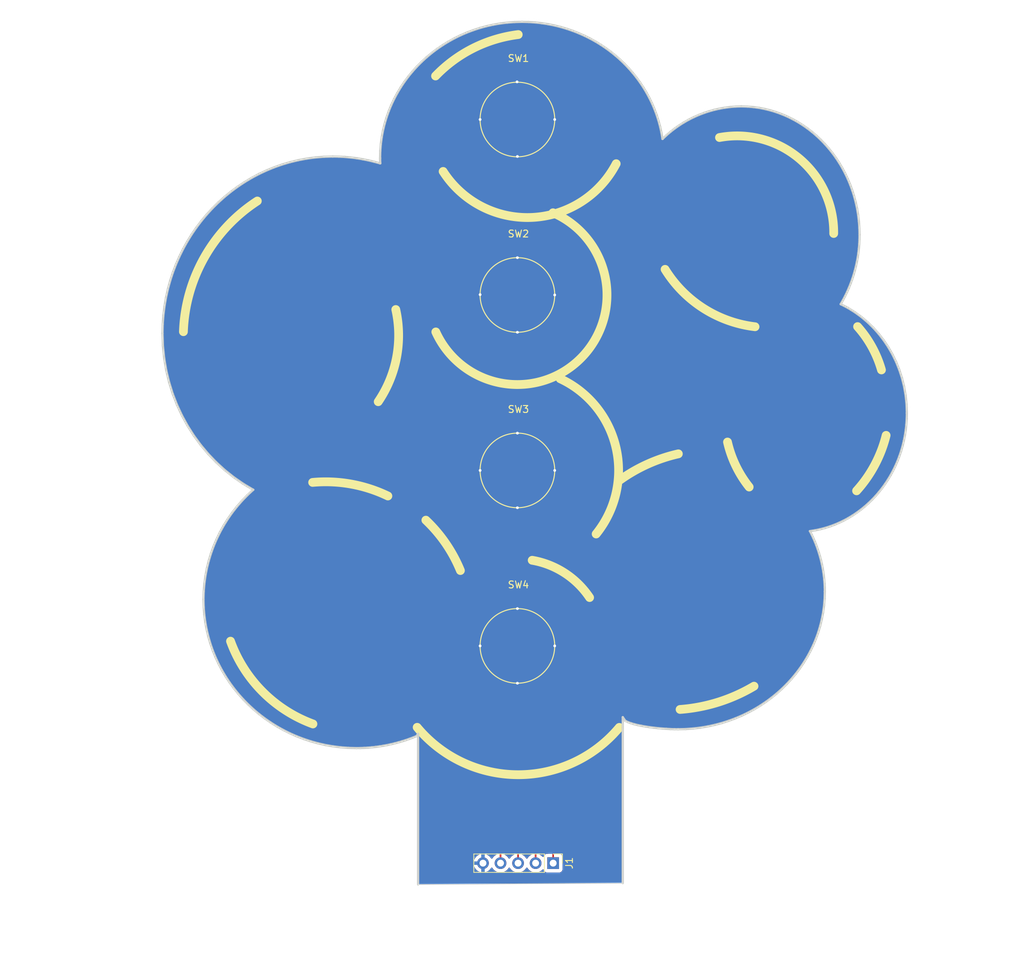
<source format=kicad_pcb>
(kicad_pcb (version 20221018) (generator pcbnew)
  (layers (0 "F.Cu" signal) (31 "B.Cu" signal) (34 "B.Paste" user) (35 "F.Paste" user) (36 "B.SilkS" user "B.Silkscreen") (37 "F.SilkS" user "F.Silkscreen") (38 "B.Mask" user) (39 "F.Mask" user) (44 "Edge.Cuts" user))
  (net 0 "")
  (net 1 "Net-(J1-Pin_1)")
  (net 2 "Net-(J1-Pin_2)")
  (net 3 "Net-(J1-Pin_3)")
  (net 4 "Net-(J1-Pin_4)")
  (net 5 "Net-(J1-Pin_5)")
  (footprint "dome-switches:5173_cross_dome" (layer "F.Cu") (at 137.05 60.5)
    (fp_text reference "SW2" (at 0.15 -8.85 unlocked) (layer "F.SilkS"))
    (fp_text value "SW_Push")
    (fp_circle (center 0 0) (end 5.4 0) (stroke (width 0.15)) (fill none) (layer "F.SilkS"))
    (pad "1" smd circle (at 0 0) (size 3.5 3.5) (layers "F.Cu" "F.Paste" "F.Mask") (net 2 "Net-(J1-Pin_2)"))
    (pad "2" smd circle (at -5.4 0 90) (size 3.5 3.5) (layers "F.Cu" "F.Paste" "F.Mask") (net 5 "Net-(J1-Pin_5)"))
    (pad "2" smd circle (at 0 -5.4 90) (size 3.5 3.5) (layers "F.Cu" "F.Paste" "F.Mask") (net 5 "Net-(J1-Pin_5)"))
    (pad "2" smd circle (at 0 5.4 90) (size 3.5 3.5) (layers "F.Cu" "F.Paste" "F.Mask") (net 5 "Net-(J1-Pin_5)"))
    (pad "2" smd circle (at 5.4 0 90) (size 3.5 3.5) (layers "F.Cu" "F.Paste" "F.Mask") (net 5 "Net-(J1-Pin_5)"))
  )
  (footprint "dome-switches:5173_cross_dome" (layer "F.Cu") (at 137.05 35.1)
    (fp_text reference "SW1" (at 0.15 -8.85 unlocked) (layer "F.SilkS"))
    (fp_text value "SW_Push")
    (fp_circle (center 0 0) (end 5.4 0) (stroke (width 0.15)) (fill none) (layer "F.SilkS"))
    (pad "1" smd circle (at 0 0) (size 3.5 3.5) (layers "F.Cu" "F.Paste" "F.Mask") (net 1 "Net-(J1-Pin_1)"))
    (pad "2" smd circle (at -5.4 0 90) (size 3.5 3.5) (layers "F.Cu" "F.Paste" "F.Mask") (net 5 "Net-(J1-Pin_5)"))
    (pad "2" smd circle (at 0 -5.4 90) (size 3.5 3.5) (layers "F.Cu" "F.Paste" "F.Mask") (net 5 "Net-(J1-Pin_5)"))
    (pad "2" smd circle (at 0 5.4 90) (size 3.5 3.5) (layers "F.Cu" "F.Paste" "F.Mask") (net 5 "Net-(J1-Pin_5)"))
    (pad "2" smd circle (at 5.4 0 90) (size 3.5 3.5) (layers "F.Cu" "F.Paste" "F.Mask") (net 5 "Net-(J1-Pin_5)"))
  )
  (footprint "Connector_PinHeader_2.54mm:PinHeader_1x05_P2.54mm_Vertical" (layer "F.Cu") (at 142.225 142.75 -90)
    (fp_text reference "J1" (at 0 -2.33 90) (layer "F.SilkS"))
    (fp_text value "Conn_01x05_Pin")
    (fp_line (start -1.33 -1.33) (end 0 -1.33) (stroke (width 0.12)) (layer "F.SilkS"))
    (fp_line (start -1.33 0) (end -1.33 -1.33) (stroke (width 0.12)) (layer "F.SilkS"))
    (fp_line (start -1.33 1.27) (end -1.33 11.49) (stroke (width 0.12)) (layer "F.SilkS"))
    (fp_line (start -1.33 1.27) (end 1.33 1.27) (stroke (width 0.12)) (layer "F.SilkS"))
    (fp_line (start -1.33 11.49) (end 1.33 11.49) (stroke (width 0.12)) (layer "F.SilkS"))
    (fp_line (start 1.33 1.27) (end 1.33 11.49) (stroke (width 0.12)) (layer "F.SilkS"))
    (pad "1" thru_hole rect (at 0 0 270) (size 1.7 1.7) (drill 1) (layers "*.Cu" "*.Mask") (net 1 "Net-(J1-Pin_1)"))
    (pad "2" thru_hole oval (at 0 2.54 270) (size 1.7 1.7) (drill 1) (layers "*.Cu" "*.Mask") (net 2 "Net-(J1-Pin_2)"))
    (pad "3" thru_hole oval (at 0 5.08 270) (size 1.7 1.7) (drill 1) (layers "*.Cu" "*.Mask") (net 3 "Net-(J1-Pin_3)"))
    (pad "4" thru_hole oval (at 0 7.62 270) (size 1.7 1.7) (drill 1) (layers "*.Cu" "*.Mask") (net 4 "Net-(J1-Pin_4)"))
    (pad "5" thru_hole oval (at 0 10.16 270) (size 1.7 1.7) (drill 1) (layers "*.Cu" "*.Mask") (net 5 "Net-(J1-Pin_5)"))
  )
  (footprint "dome-switches:5173_cross_dome" (layer "F.Cu") (at 137.05 111.3)
    (fp_text reference "SW4" (at 0.15 -8.85 unlocked) (layer "F.SilkS"))
    (fp_text value "SW_Push")
    (fp_circle (center 0 0) (end 5.4 0) (stroke (width 0.15)) (fill none) (layer "F.SilkS"))
    (pad "1" smd circle (at 0 0) (size 3.5 3.5) (layers "F.Cu" "F.Paste" "F.Mask") (net 4 "Net-(J1-Pin_4)"))
    (pad "2" smd circle (at -5.4 0 90) (size 3.5 3.5) (layers "F.Cu" "F.Paste" "F.Mask") (net 5 "Net-(J1-Pin_5)"))
    (pad "2" smd circle (at 0 -5.4 90) (size 3.5 3.5) (layers "F.Cu" "F.Paste" "F.Mask") (net 5 "Net-(J1-Pin_5)"))
    (pad "2" smd circle (at 0 5.4 90) (size 3.5 3.5) (layers "F.Cu" "F.Paste" "F.Mask") (net 5 "Net-(J1-Pin_5)"))
    (pad "2" smd circle (at 5.4 0 90) (size 3.5 3.5) (layers "F.Cu" "F.Paste" "F.Mask") (net 5 "Net-(J1-Pin_5)"))
  )
  (footprint "dome-switches:5173_cross_dome" (layer "F.Cu") (at 137.05 85.9)
    (fp_text reference "SW3" (at 0.15 -8.85 unlocked) (layer "F.SilkS"))
    (fp_text value "SW_Push")
    (fp_circle (center 0 0) (end 5.4 0) (stroke (width 0.15)) (fill none) (layer "F.SilkS"))
    (pad "1" smd circle (at 0 0) (size 3.5 3.5) (layers "F.Cu" "F.Paste" "F.Mask") (net 3 "Net-(J1-Pin_3)"))
    (pad "2" smd circle (at -5.4 0 90) (size 3.5 3.5) (layers "F.Cu" "F.Paste" "F.Mask") (net 5 "Net-(J1-Pin_5)"))
    (pad "2" smd circle (at 0 -5.4 90) (size 3.5 3.5) (layers "F.Cu" "F.Paste" "F.Mask") (net 5 "Net-(J1-Pin_5)"))
    (pad "2" smd circle (at 0 5.4 90) (size 3.5 3.5) (layers "F.Cu" "F.Paste" "F.Mask") (net 5 "Net-(J1-Pin_5)"))
    (pad "2" smd circle (at 5.4 0 90) (size 3.5 3.5) (layers "F.Cu" "F.Paste" "F.Mask") (net 5 "Net-(J1-Pin_5)"))
  )
  (gr_arc (start 186.295059 65.080627) (mid 188.37727 68.019822) (end 189.749999 71.35) (stroke (width 1.27)) (layer "F.SilkS"))
  (gr_arc (start 171.301189 117.131411) (mid 166.146281 119.437355) (end 160.6 120.5) (stroke (width 1.27)) (layer "F.SilkS"))
  (gr_arc (start 166.304478 37.707267) (mid 177.85 40.75) (end 182.838227 51.597806) (stroke (width 1.27)) (layer "F.SilkS"))
  (gr_arc (start 119.442156 62.607186) (mid 119.556423 69.542538) (end 116.9 75.95) (stroke (width 1.27)) (layer "F.SilkS"))
  (gr_arc (start 139.190399 98.905599) (mid 143.898681 100.75021) (end 147.5 104.3) (stroke (width 1.27)) (layer "F.SilkS"))
  (gr_arc (start 171.45 65.1) (mid 163.989738 62.434455) (end 158.428642 56.792218) (stroke (width 1.27)) (layer "F.SilkS"))
  (gr_arc (start 88.702422 65.815402) (mid 91.740392 55.050821) (end 99.4 46.9) (stroke (width 1.27)) (layer "F.SilkS"))
  (gr_arc (start 123.799999 93.100001) (mid 126.68571 96.480393) (end 128.798491 100.390705) (stroke (width 1.27)) (layer "F.SilkS"))
  (gr_arc (start 107.409483 87.633216) (mid 112.988258 87.877298) (end 118.3 89.6) (stroke (width 1.27)) (layer "F.SilkS"))
  (gr_arc (start 190.423887 80.824885) (mid 188.784317 85.102326) (end 186.15 88.85) (stroke (width 1.27)) (layer "F.SilkS"))
  (gr_arc (start 170.600001 88.299999) (mid 168.667196 85.221083) (end 167.465004 81.790312) (stroke (width 1.27)) (layer "F.SilkS"))
  (gr_arc (start 151.95 87.25) (mid 155.962374 84.956648) (end 160.347499 83.497441) (stroke (width 1.27)) (layer "F.SilkS"))
  (gr_arc (start 151.8 123.1) (mid 137.166572 129.947519) (end 122.539507 123.086419) (stroke (width 1.27)) (layer "F.SilkS"))
  (gr_arc (start 151.35 41.5) (mid 139.145998 49.277403) (end 126.297803 42.617858) (stroke (width 1.27)) (layer "F.SilkS"))
  (gr_arc (start 143.247619 72.62636) (mid 151.321831 82.59624) (end 148.45 95.1) (stroke (width 1.27)) (layer "F.SilkS"))
  (gr_arc (start 107.45 122.599999) (mid 100.158398 117.9297) (end 95.520018 110.617752) (stroke (width 1.27)) (layer "F.SilkS"))
  (gr_arc (start 142.2 48.600001) (mid 146.296684 69.590176) (end 125.239641 65.852374) (stroke (width 1.27)) (layer "F.SilkS"))
  (gr_arc (start 125.2 28.8) (mid 130.669608 24.773342) (end 137.169709 22.803753) (stroke (width 1.27)) (layer "F.SilkS"))
  (gr_line (start 188.38933 90.146178) (end 188.895395 89.610814) (stroke (width 0.330729)) (layer "Edge.Cuts"))
  (gr_line (start 179.697436 36.891874) (end 179.025964 36.373869) (stroke (width 0.330729)) (layer "Edge.Cuts"))
  (gr_line (start 87.607249 56.09326) (end 87.165865 57.255859) (stroke (width 0.330729)) (layer "Edge.Cuts"))
  (gr_line (start 118.415645 33.899756) (end 118.092575 34.815769) (stroke (width 0.330729)) (layer "Edge.Cuts"))
  (gr_line (start 156.165492 31.990274) (end 155.746907 31.215759) (stroke (width 0.330729)) (layer "Edge.Cuts"))
  (gr_line (start 145.919608 22.594938) (end 145.072415 22.262508) (stroke (width 0.330729)) (layer "Edge.Cuts"))
  (gr_line (start 93.746433 47.107684) (end 92.890285 47.955411) (stroke (width 0.330729)) (layer "Edge.Cuts"))
  (gr_line (start 146.74738 22.96203) (end 145.919608 22.594938) (stroke (width 0.330729)) (layer "Edge.Cuts"))
  (gr_line (start 128.807669 22.907548) (end 127.921832 23.342941) (stroke (width 0.330729)) (layer "Edge.Cuts"))
  (gr_line (start 153.149476 122.381398) (end 153.546312 122.52011) (stroke (width 0.330729)) (layer "Edge.Cuts"))
  (gr_line (start 160.318937 123.367029) (end 160.318937 123.367029) (stroke (width 0.330729)) (layer "Edge.Cuts"))
  (gr_line (start 87.165865 57.255859) (end 86.778308 58.445399) (stroke (width 0.330729)) (layer "Edge.Cuts"))
  (gr_line (start 162.575028 34.755456) (end 161.87217 35.107203) (stroke (width 0.330729)) (layer "Edge.Cuts"))
  (gr_line (start 157.904739 37.017459) (end 157.711711 36.139033) (stroke (width 0.330729)) (layer "Edge.Cuts"))
  (gr_line (start 181.24369 100.03659) (end 181.133208 99.480631) (stroke (width 0.330729)) (layer "Edge.Cuts"))
  (gr_line (start 164.599348 122.961828) (end 165.626811 122.739128) (stroke (width 0.330729)) (layer "Edge.Cuts"))
  (gr_line (start 101.845875 42.010136) (end 100.726345 42.468563) (stroke (width 0.330729)) (layer "Edge.Cuts"))
  (gr_line (start 133.573828 21.36392) (end 132.579973 21.58407) (stroke (width 0.330729)) (layer "Edge.Cuts"))
  (gr_line (start 190.27621 87.866691) (end 190.688041 87.242159) (stroke (width 0.330729)) (layer "Edge.Cuts"))
  (gr_line (start 193.410398 78.42052) (end 193.428201 77.600733) (stroke (width 0.330729)) (layer "Edge.Cuts"))
  (gr_line (start 92.355945 99.007278) (end 92.088771 100.09396) (stroke (width 0.330729)) (layer "Edge.Cuts"))
  (gr_line (start 91.212674 82.23249) (end 92.293188 83.518439) (stroke (width 0.330729)) (layer "Edge.Cuts"))
  (gr_line (start 161.186302 35.492798) (end 160.518709 35.911709) (stroke (width 0.330729)) (layer "Edge.Cuts"))
  (gr_line (start 138.680788 20.984756) (end 137.713589 20.963363) (stroke (width 0.330729)) (layer "Edge.Cuts"))
  (gr_line (start 191.884694 70.211821) (end 191.354141 69.115043) (stroke (width 0.330729)) (layer "Edge.Cuts"))
  (gr_line (start 164.772719 33.908601) (end 164.026586 34.155625) (stroke (width 0.330729)) (layer "Edge.Cuts"))
  (gr_line (start 154.808255 29.729464) (end 154.290152 29.01956) (stroke (width 0.330729)) (layer "Edge.Cuts"))
  (gr_line (start 150.560543 25.284592) (end 149.844611 24.758257) (stroke (width 0.330729)) (layer "Edge.Cuts"))
  (gr_line (start 114.302094 126.089358) (end 114.860917 126.069347) (stroke (width 0.330729)) (layer "Edge.Cuts"))
  (gr_line (start 102.266862 122.979395) (end 103.193967 123.497657) (stroke (width 0.325)) (layer "Edge.Cuts"))
  (gr_line (start 92.053531 108.911467) (end 92.300945 109.952534) (stroke (width 0.330729)) (layer "Edge.Cuts"))
  (gr_line (start 93.344523 112.950772) (end 92.947838 111.973541) (stroke (width 0.325)) (layer "Edge.Cuts"))
  (gr_line (start 118.725751 125.546461) (end 119.268163 125.417672) (stroke (width 0.330729)) (layer "Edge.Cuts"))
  (gr_line (start 186.039298 47.134021) (end 185.808394 46.252828) (stroke (width 0.330729)) (layer "Edge.Cuts"))
  (gr_line (start 175.33444 117.525941) (end 176.037377 116.833397) (stroke (width 0.330729)) (layer "Edge.Cuts"))
  (gr_line (start 180.123881 96.234702) (end 179.898784 95.712256) (stroke (width 0.330729)) (layer "Edge.Cuts"))
  (gr_line (start 186.23064 48.032381) (end 186.039298 47.134021) (stroke (width 0.330729)) (layer "Edge.Cuts"))
  (gr_line (start 85.797323 63.440783) (end 85.70213 64.74089) (stroke (width 0.330729)) (layer "Edge.Cuts"))
  (gr_line (start 161.41196 123.341077) (end 162.490591 123.264057) (stroke (width 0.330729)) (layer "Edge.Cuts"))
  (gr_line (start 154.490662 122.76904) (end 155.023506 122.878669) (stroke (width 0.330729)) (layer "Edge.Cuts"))
  (gr_line (start 112.061956 40.51659) (end 111.193259 40.470755) (stroke (width 0.330729)) (layer "Edge.Cuts"))
  (gr_line (start 117.168693 40.67813) (end 117.168693 40.67813) (stroke (width 0.330729)) (layer "Edge.Cuts"))
  (gr_line (start 151.915482 26.423435) (end 151.251161 25.839964) (stroke (width 0.330729)) (layer "Edge.Cuts"))
  (gr_line (start 149.844611 24.758257) (end 149.104346 24.261896) (stroke (width 0.330729)) (layer "Edge.Cuts"))
  (gr_line (start 190.75426 68.066222) (end 190.088337 67.068909) (stroke (width 0.330729)) (layer "Edge.Cuts"))
  (gr_line (start 96.004485 117.45007) (end 95.386943 116.606303) (stroke (width 0.325)) (layer "Edge.Cuts"))
  (gr_line (start 97.966575 89.472743) (end 97.179734 90.284817) (stroke (width 0.330729)) (layer "Edge.Cuts"))
  (gr_line (start 117.195433 39.66366) (end 117.168693 40.67813) (stroke (width 0.330729)) (layer "Edge.Cuts"))
  (gr_line (start 181.573552 94.23449) (end 182.273233 94.014927) (stroke (width 0.330729)) (layer "Edge.Cuts"))
  (gr_line (start 86.446127 59.66027) (end 86.17087 60.898864) (stroke (width 0.330729)) (layer "Edge.Cuts"))
  (gr_line (start 186.490319 49.875921) (end 186.38134 48.946737) (stroke (width 0.330729)) (layer "Edge.Cuts"))
  (gr_line (start 186.157286 92.034765) (end 186.744876 91.602259) (stroke (width 0.330729)) (layer "Edge.Cuts"))
  (gr_line (start 117.815662 35.751289) (end 117.586199 36.705077) (stroke (width 0.330729)) (layer "Edge.Cuts"))
  (gr_line (start 161.87217 35.107203) (end 161.186302 35.492798) (stroke (width 0.330729)) (layer "Edge.Cuts"))
  (gr_line (start 193.428201 77.600733) (end 193.428201 77.600733) (stroke (width 0.330729)) (layer "Edge.Cuts"))
  (gr_line (start 121.40353 124.769282) (end 121.92755 124.574124) (stroke (width 0.330729)) (layer "Edge.Cuts"))
  (gr_line (start 98.860506 120.50407) (end 99.663992 121.180536) (stroke (width 0.325)) (layer "Edge.Cuts"))
  (gr_line (start 116.346209 41.215759) (end 115.500102 41.013671) (stroke (width 0.330729)) (layer "Edge.Cuts"))
  (gr_line (start 184.51073 42.923129) (end 184.098199 42.145322) (stroke (width 0.330729)) (layer "Edge.Cuts"))
  (gr_line (start 160.318937 123.367029) (end 161.41196 123.341077) (stroke (width 0.330729)) (layer "Edge.Cuts"))
  (gr_line (start 153.995818 122.649422) (end 154.490662 122.76904) (stroke (width 0.330729)) (layer "Edge.Cuts"))
  (gr_line (start 94.687476 85.853605) (end 95.992976 86.89422) (stroke (width 0.330729)) (layer "Edge.Cuts"))
  (gr_line (start 180.883539 108.409802) (end 181.120538 107.445219) (stroke (width 0.330729)) (layer "Edge.Cuts"))
  (gr_line (start 110.37308 125.847527) (end 111.480393 125.984414) (stroke (width 0.330729)) (layer "Edge.Cuts"))
  (gr_line (start 155.746907 31.215759) (end 155.294167 30.461843) (stroke (width 0.330729)) (layer "Edge.Cuts"))
  (gr_line (start 96.662009 118.263083) (end 96.004485 117.45007) (stroke (width 0.325)) (layer "Edge.Cuts"))
  (gr_line (start 92.300945 109.952534) (end 92.599513 110.973677) (stroke (width 0.330729)) (layer "Edge.Cuts"))
  (gr_line (start 114.860917 126.069347) (end 115.418565 126.035565) (stroke (width 0.330729)) (layer "Edge.Cuts"))
  (gr_line (start 171.203651 33.296296) (end 170.334402 33.224526) (stroke (width 0.330729)) (layer "Edge.Cuts"))
  (gr_line (start 169.526149 121.400354) (end 170.441697 120.959938) (stroke (width 0.330729)) (layer "Edge.Cuts"))
  (gr_line (start 184.88984 62.365577) (end 183.853587 61.828256) (stroke (width 0.330729)) (layer "Edge.Cuts"))
  (gr_line (start 95.992976 86.89422) (end 97.365197 87.844452) (stroke (width 0.330729)) (layer "Edge.Cuts"))
  (gr_line (start 153.161304 27.670924) (end 152.552524 27.034067) (stroke (width 0.330729)) (layer "Edge.Cuts"))
  (gr_line (start 159.774144 123.360606) (end 160.318937 123.367029) (stroke (width 0.330729)) (layer "Edge.Cuts"))
  (gr_line (start 191.354141 69.115043) (end 190.75426 68.066222) (stroke (width 0.330729)) (layer "Edge.Cuts"))
  (gr_line (start 186.487221 53.754099) (end 186.539936 53.096442) (stroke (width 0.330729)) (layer "Edge.Cuts"))
  (gr_line (start 157.206493 34.428043) (end 156.896267 33.597354) (stroke (width 0.330729)) (layer "Edge.Cuts"))
  (gr_line (start 142.424134 21.48256) (end 141.50908 21.298149) (stroke (width 0.330729)) (layer "Edge.Cuts"))
  (gr_line (start 93.058424 96.889317) (end 92.679489 97.938344) (stroke (width 0.330729)) (layer "Edge.Cuts"))
  (gr_line (start 158.056735 37.909922) (end 158.056735 37.909922) (stroke (width 0.330729)) (layer "Edge.Cuts"))
  (gr_line (start 189.379093 89.051875) (end 189.839629 88.470215) (stroke (width 0.330729)) (layer "Edge.Cuts"))
  (gr_line (start 98.8 88.7) (end 97.966575 89.472743) (stroke (width 0.330729)) (layer "Edge.Cuts"))
  (gr_line (start 122.447142 124.365841) (end 122.668723 124.031797) (stroke (width 0.325)) (layer "Edge.Cuts"))
  (gr_line (start 186.539936 53.096442) (end 186.570511 52.436259) (stroke (width 0.330729)) (layer "Edge.Cuts"))
  (gr_line (start 162.490591 123.264057) (end 163.553498 123.137222) (stroke (width 0.330729)) (layer "Edge.Cuts"))
  (gr_line (start 147.554748 23.362844) (end 146.74738 22.96203) (stroke (width 0.330729)) (layer "Edge.Cuts"))
  (gr_line (start 85.70213 64.74089) (end 85.670054 66.058284) (stroke (width 0.330729)) (layer "Edge.Cuts"))
  (gr_line (start 119.648878 31.281149) (end 119.195089 32.131207) (stroke (width 0.330729)) (layer "Edge.Cuts"))
  (gr_line (start 92.074028 48.844561) (end 91.299211 49.773523) (stroke (width 0.330729)) (layer "Edge.Cuts"))
  (gr_line (start 185.551299 92.439417) (end 186.157286 92.034765) (stroke (width 0.330729)) (layer "Edge.Cuts"))
  (gr_line (start 120.87533 124.951266) (end 121.40353 124.769282) (stroke (width 0.330729)) (layer "Edge.Cuts"))
  (gr_line (start 193.428201 77.600733) (end 193.382589 76.290784) (stroke (width 0.330729)) (layer "Edge.Cuts"))
  (gr_line (start 117.586199 36.705077) (end 117.405479 37.675894) (stroke (width 0.330729)) (layer "Edge.Cuts"))
  (gr_line (start 151.251161 25.839964) (end 150.560543 25.284592) (stroke (width 0.330729)) (layer "Edge.Cuts"))
  (gr_line (start 93.491772 95.862355) (end 93.058424 96.889317) (stroke (width 0.330729)) (layer "Edge.Cuts"))
  (gr_line (start 181.006074 98.928311) (end 180.862383 98.380014) (stroke (width 0.330729)) (layer "Edge.Cuts"))
  (gr_line (start 180.136477 94.571232) (end 180.861035 94.42021) (stroke (width 0.330729)) (layer "Edge.Cuts"))
  (gr_line (start 185.539005 45.389973) (end 185.232213 44.546625) (stroke (width 0.330729)) (layer "Edge.Cuts"))
  (gr_line (start 186.41251 54.40869) (end 186.487221 53.754099) (stroke (width 0.330729)) (layer "Edge.Cuts"))
  (gr_line (start 185.714147 57.616781) (end 185.89664 56.985611) (stroke (width 0.330729)) (layer "Edge.Cuts"))
  (gr_line (start 189.359656 66.126656) (end 188.571501 65.243014) (stroke (width 0.330729)) (layer "Edge.Cuts"))
  (gr_line (start 172.903318 33.577916) (end 172.060316 33.414483) (stroke (width 0.330729)) (layer "Edge.Cuts"))
  (gr_line (start 183.65258 41.391701) (end 183.174953 40.663438) (stroke (width 0.330729)) (layer "Edge.Cuts"))
  (gr_line (start 86.17087 60.898864) (end 85.954086 62.159571) (stroke (width 0.330729)) (layer "Edge.Cuts"))
  (gr_line (start 99.634317 42.981285) (end 98.571341 43.546691) (stroke (width 0.330729)) (layer "Edge.Cuts"))
  (gr_line (start 91.632175 105.682245) (end 91.717749 106.774968) (stroke (width 0.330729)) (layer "Edge.Cuts"))
  (gr_line (start 191.76709 85.251065) (end 192.071979 84.551053) (stroke (width 0.330729)) (layer "Edge.Cuts"))
  (gr_line (start 148.340731 23.796446) (end 147.554748 23.362844) (stroke (width 0.330729)) (layer "Edge.Cuts"))
  (gr_line (start 176.117112 34.660718) (end 175.339554 34.327997) (stroke (width 0.330729)) (layer "Edge.Cuts"))
  (gr_line (start 156.776702 123.144661) (end 157.388205 123.211376) (stroke (width 0.330729)) (layer "Edge.Cuts"))
  (gr_line (start 94.277391 114.831923) (end 93.788173 113.904017) (stroke (width 0.325)) (layer "Edge.Cuts"))
  (gr_line (start 93.978554 94.859617) (end 93.491772 95.862355) (stroke (width 0.330729)) (layer "Edge.Cuts"))
  (gr_line (start 88.100911 54.95921) (end 87.607249 56.09326) (stroke (width 0.330729)) (layer "Edge.Cuts"))
  (gr_line (start 184.927712 92.815359) (end 185.551299 92.439417) (stroke (width 0.330729)) (layer "Edge.Cuts"))
  (gr_line (start 186.570511 52.436259) (end 186.578798 51.77409) (stroke (width 0.330729)) (layer "Edge.Cuts"))
  (gr_line (start 155.023506 122.878669) (end 155.587018 122.978012) (stroke (width 0.330729)) (layer "Edge.Cuts"))
  (gr_line (start 181.337428 100.595808) (end 181.24369 100.03659) (stroke (width 0.330729)) (layer "Edge.Cuts"))
  (gr_line (start 121.251006 28.88271) (end 120.678129 29.655662) (stroke (width 0.330729)) (layer "Edge.Cuts"))
  (gr_line (start 155.294167 30.461843) (end 154.808255 29.729464) (stroke (width 0.330729)) (layer "Edge.Cuts"))
  (gr_line (start 103.193967 123.497657) (end 104.148486 123.972984) (stroke (width 0.325)) (layer "Edge.Cuts"))
  (gr_line (start 179.883772 111.187775) (end 180.263825 110.282334) (stroke (width 0.330729)) (layer "Edge.Cuts"))
  (gr_line (start 185.510537 58.241648) (end 185.714147 57.616781) (stroke (width 0.330729)) (layer "Edge.Cuts"))
  (gr_line (start 166.299279 33.522987) (end 165.530711 33.697545) (stroke (width 0.330729)) (layer "Edge.Cuts"))
  (gr_line (start 106.568061 40.75155) (end 105.354002 40.97671) (stroke (width 0.330729)) (layer "Edge.Cuts"))
  (gr_line (start 108.212767 125.417878) (end 109.283406 125.65823) (stroke (width 0.330729)) (layer "Edge.Cuts"))
  (gr_line (start 186.578798 51.77409) (end 186.556498 50.818762) (stroke (width 0.330729)) (layer "Edge.Cuts"))
  (gr_line (start 104.161253 41.2626) (end 102.991361 41.607612) (stroke (width 0.330729)) (layer "Edge.Cuts"))
  (gr_line (start 183.853587 61.828256) (end 184.180834 61.252543) (stroke (width 0.330729)) (layer "Edge.Cuts"))
  (gr_line (start 182.127988 39.287662) (end 181.560809 38.64249) (stroke (width 0.330729)) (layer "Edge.Cuts"))
  (gr_line (start 92.679489 97.938344) (end 92.355945 99.007278) (stroke (width 0.330729)) (layer "Edge.Cuts"))
  (gr_line (start 184.098199 42.145322) (end 183.65258 41.391701) (stroke (width 0.330729)) (layer "Edge.Cuts"))
  (gr_line (start 88.487303 77.95281) (end 89.305595 79.445374) (stroke (width 0.330729)) (layer "Edge.Cuts"))
  (gr_line (start 184.48784 60.667288) (end 184.77446 60.073031) (stroke (width 0.330729)) (layer "Edge.Cuts"))
  (gr_line (start 179.898784 95.712256) (end 179.657684 95.196128) (stroke (width 0.330729)) (layer "Edge.Cuts"))
  (gr_line (start 180.525694 97.297018) (end 180.332881 96.763084) (stroke (width 0.330729)) (layer "Edge.Cuts"))
  (gr_line (start 89.880088 51.74445) (end 89.238879 52.783196) (stroke (width 0.330729)) (layer "Edge.Cuts"))
  (gr_line (start 118.783581 33.004489) (end 118.415645 33.899756) (stroke (width 0.330729)) (layer "Edge.Cuts"))
  (gr_line (start 181.517259 102.289179) (end 181.474305 101.722484) (stroke (width 0.330729)) (layer "Edge.Cuts"))
  (gr_line (start 95.386943 116.606303) (end 94.810779 115.733136) (stroke (width 0.325)) (layer "Edge.Cuts"))
  (gr_line (start 185.89664 56.985611) (end 186.057869 56.348677) (stroke (width 0.330729)) (layer "Edge.Cuts"))
  (gr_line (start 163.293595 34.438087) (end 162.575028 34.755456) (stroke (width 0.330729)) (layer "Edge.Cuts"))
  (gr_line (start 91.717749 106.774968) (end 91.858667 107.851827) (stroke (width 0.330729)) (layer "Edge.Cuts"))
  (gr_line (start 178.331117 35.890581) (end 177.613972 35.44318) (stroke (width 0.330729)) (layer "Edge.Cuts"))
  (gr_line (start 135.613424 21.065154) (end 134.585409 21.190535) (stroke (width 0.330729)) (layer "Edge.Cuts"))
  (gr_line (start 163.553498 123.137222) (end 164.599348 122.961828) (stroke (width 0.330729)) (layer "Edge.Cuts"))
  (gr_line (start 119.807397 125.275511) (end 120.343203 125.120025) (stroke (width 0.330729)) (layer "Edge.Cuts"))
  (gr_line (start 179.400672 94.6867) (end 179.400672 94.6867) (stroke (width 0.330729)) (layer "Edge.Cuts"))
  (gr_line (start 91.299211 49.773523) (end 90.567381 50.740689) (stroke (width 0.330729)) (layer "Edge.Cuts"))
  (gr_line (start 91.878945 101.196233) (end 91.727446 102.311937) (stroke (width 0.330729)) (layer "Edge.Cuts"))
  (gr_line (start 99.663992 121.180536) (end 100.500478 121.819481) (stroke (width 0.325)) (layer "Edge.Cuts"))
  (gr_line (start 145.072415 22.262508) (end 144.206784 21.965677) (stroke (width 0.330729)) (layer "Edge.Cuts"))
  (gr_line (start 180.597525 109.355925) (end 180.883539 108.409802) (stroke (width 0.330729)) (layer "Edge.Cuts"))
  (gr_line (start 186.057869 56.348677) (end 186.197688 55.706519) (stroke (width 0.330729)) (layer "Edge.Cuts"))
  (gr_line (start 153.740841 28.333067) (end 153.161304 27.670924) (stroke (width 0.330729)) (layer "Edge.Cuts"))
  (gr_line (start 85.913825 69.672017) (end 86.212332 71.422899) (stroke (width 0.330729)) (layer "Edge.Cuts"))
  (gr_line (start 98.091416 119.791437) (end 97.358118 119.04399) (stroke (width 0.325)) (layer "Edge.Cuts"))
  (gr_line (start 177.926664 114.574771) (end 178.478812 113.765746) (stroke (width 0.330729)) (layer "Edge.Cuts"))
  (gr_line (start 98.8 88.7) (end 98.8 88.7) (stroke (width 0.330729)) (layer "Edge.Cuts"))
  (gr_line (start 115.500102 41.013671) (end 114.64777 40.842587) (stroke (width 0.330729)) (layer "Edge.Cuts"))
  (gr_line (start 180.861035 94.42021) (end 181.573552 94.23449) (stroke (width 0.330729)) (layer "Edge.Cuts"))
  (gr_line (start 91.727446 102.311937) (end 91.635251 103.438916) (stroke (width 0.330729)) (layer "Edge.Cuts"))
  (gr_line (start 106.134178 124.789421) (end 107.162559 125.127824) (stroke (width 0.330729)) (layer "Edge.Cuts"))
  (gr_line (start 193.149715 80.817144) (end 193.270361 80.029582) (stroke (width 0.330729)) (layer "Edge.Cuts"))
  (gr_line (start 152.669027 122.156355) (end 152.302064 121.620785) (stroke (width 0.325)) (layer "Edge.Cuts"))
  (gr_line (start 136.656582 20.989017) (end 135.613424 21.065154) (stroke (width 0.330729)) (layer "Edge.Cuts"))
  (gr_line (start 98.571341 43.546691) (end 97.538965 44.163173) (stroke (width 0.330729)) (layer "Edge.Cuts"))
  (gr_line (start 179.400672 94.6867) (end 180.136477 94.571232) (stroke (width 0.330729)) (layer "Edge.Cuts"))
  (gr_line (start 180.344454 37.443425) (end 179.697436 36.891874) (stroke (width 0.330729)) (layer "Edge.Cuts"))
  (gr_line (start 97.538965 44.163173) (end 96.538738 44.829123) (stroke (width 0.330729)) (layer "Edge.Cuts"))
  (gr_line (start 192.348146 83.83431) (end 192.594797 83.101693) (stroke (width 0.330729)) (layer "Edge.Cuts"))
  (gr_line (start 177.613972 35.44318) (end 176.875611 35.032835) (stroke (width 0.330729)) (layer "Edge.Cuts"))
  (gr_line (start 152.302064 145.644947) (end 152.302064 121.620785) (stroke (width 0.330729)) (layer "Edge.Cuts"))
  (gr_line (start 111.193259 40.470755) (end 110.322608 40.456541) (stroke (width 0.330729)) (layer "Edge.Cuts"))
  (gr_line (start 116.529333 125.926885) (end 117.081953 125.852088) (stroke (width 0.330729)) (layer "Edge.Cuts"))
  (gr_line (start 137.713589 20.963363) (end 136.656582 20.989017) (stroke (width 0.330729)) (layer "Edge.Cuts"))
  (gr_line (start 122.506802 27.422587) (end 121.860994 28.137939) (stroke (width 0.330729)) (layer "Edge.Cuts"))
  (gr_line (start 174.597134 118.186229) (end 175.33444 117.525941) (stroke (width 0.330729)) (layer "Edge.Cuts"))
  (gr_line (start 173.826793 118.813007) (end 174.597134 118.186229) (stroke (width 0.330729)) (layer "Edge.Cuts"))
  (gr_line (start 159.20134 123.341534) (end 159.774144 123.360606) (stroke (width 0.330729)) (layer "Edge.Cuts"))
  (gr_line (start 109.053912 40.489856) (end 107.80188 40.588729) (stroke (width 0.330729)) (layer "Edge.Cuts"))
  (gr_line (start 117.081953 125.852088) (end 117.632396 125.763718) (stroke (width 0.330729)) (layer "Edge.Cuts"))
  (gr_line (start 94.517792 93.883261) (end 93.978554 94.859617) (stroke (width 0.330729)) (layer "Edge.Cuts"))
  (gr_line (start 187.727158 64.421534) (end 186.82991 63.665767) (stroke (width 0.330729)) (layer "Edge.Cuts"))
  (gr_line (start 121.860994 28.137939) (end 121.251006 28.88271) (stroke (width 0.330729)) (layer "Edge.Cuts"))
  (gr_line (start 172.192327 119.961018) (end 173.024747 119.405022) (stroke (width 0.330729)) (layer "Edge.Cuts"))
  (gr_line (start 115.974787 125.988061) (end 116.529333 125.926885) (stroke (width 0.330729)) (layer "Edge.Cuts"))
  (gr_line (start 185.883042 62.979265) (end 184.88984 62.365577) (stroke (width 0.330729)) (layer "Edge.Cuts"))
  (gr_line (start 117.168693 40.67813) (end 117.168951 40.871089) (stroke (width 0.330729)) (layer "Edge.Cuts"))
  (gr_line (start 186.578798 51.77409) (end 186.578798 51.77409) (stroke (width 0.330729)) (layer "Edge.Cuts"))
  (gr_line (start 181.133208 99.480631) (end 181.006074 98.928311) (stroke (width 0.330729)) (layer "Edge.Cuts"))
  (gr_line (start 85.954086 62.159571) (end 85.797323 63.440783) (stroke (width 0.330729)) (layer "Edge.Cuts"))
  (gr_line (start 189.839629 88.470215) (end 190.27621 87.866691) (stroke (width 0.330729)) (layer "Edge.Cuts"))
  (gr_line (start 89.305595 79.445374) (end 90.215431 80.873368) (stroke (width 0.330729)) (layer "Edge.Cuts"))
  (gr_line (start 178.478812 113.765746) (end 178.989934 112.930735) (stroke (width 0.330729)) (layer "Edge.Cuts"))
  (gr_line (start 184.287317 93.161737) (end 184.927712 92.815359) (stroke (width 0.330729)) (layer "Edge.Cuts"))
  (gr_line (start 181.474305 101.722484) (end 181.414331 101.1579) (stroke (width 0.330729)) (layer "Edge.Cuts"))
  (gr_line (start 141.50908 21.298149) (end 140.579516 21.153086) (stroke (width 0.330729)) (layer "Edge.Cuts"))
  (gr_line (start 180.263825 110.282334) (end 180.597525 109.355925) (stroke (width 0.330729)) (layer "Edge.Cuts"))
  (gr_line (start 166.634554 122.470376) (end 167.621245 122.156828) (stroke (width 0.330729)) (layer "Edge.Cuts"))
  (gr_line (start 122.668723 124.031797) (end 122.668723 145.836769) (stroke (width 0.330729)) (layer "Edge.Cuts"))
  (gr_line (start 117.185234 41.448727) (end 117.185234 41.448727) (stroke (width 0.330729)) (layer "Edge.Cuts"))
  (gr_line (start 97.365197 87.844452) (end 98.8 88.7) (stroke (width 0.330729)) (layer "Edge.Cuts"))
  (gr_line (start 130.650614 22.159712) (end 129.717693 22.512726) (stroke (width 0.330729)) (layer "Edge.Cuts"))
  (gr_line (start 157.478635 35.275582) (end 157.206493 34.428043) (stroke (width 0.330729)) (layer "Edge.Cuts"))
  (gr_line (start 188.571501 65.243014) (end 187.727158 64.421534) (stroke (width 0.330729)) (layer "Edge.Cuts"))
  (gr_line (start 137.713589 20.963363) (end 137.713589 20.963363) (stroke (width 0.330729)) (layer "Edge.Cuts"))
  (gr_line (start 127.061476 23.817666) (end 126.227893 24.330483) (stroke (width 0.330729)) (layer "Edge.Cuts"))
  (gr_line (start 183.853587 61.828256) (end 183.853587 61.828256) (stroke (width 0.330729)) (layer "Edge.Cuts"))
  (gr_line (start 185.285954 58.859672) (end 185.510537 58.241648) (stroke (width 0.330729)) (layer "Edge.Cuts"))
  (gr_line (start 165.530711 33.697545) (end 164.772719 33.908601) (stroke (width 0.330729)) (layer "Edge.Cuts"))
  (gr_line (start 85.731687 67.882378) (end 85.913825 69.672017) (stroke (width 0.330729)) (layer "Edge.Cuts"))
  (gr_line (start 184.889095 43.723953) (end 184.51073 42.923129) (stroke (width 0.330729)) (layer "Edge.Cuts"))
  (gr_line (start 144.206784 21.965677) (end 143.323696 21.705382) (stroke (width 0.330729)) (layer "Edge.Cuts"))
  (gr_line (start 94.810779 115.733136) (end 94.277391 114.831923) (stroke (width 0.325)) (layer "Edge.Cuts"))
  (gr_line (start 182.959283 93.762377) (end 183.630909 93.477695) (stroke (width 0.330729)) (layer "Edge.Cuts"))
  (gr_line (start 95.749722 92.018326) (end 95.108508 92.935444) (stroke (width 0.330729)) (layer "Edge.Cuts"))
  (gr_line (start 91.635251 103.438916) (end 91.60334 104.57501) (stroke (width 0.330729)) (layer "Edge.Cuts"))
  (gr_line (start 95.108508 92.935444) (end 94.517792 93.883261) (stroke (width 0.330729)) (layer "Edge.Cuts"))
  (gr_line (start 167.621245 122.156828) (end 168.585554 121.799735) (stroke (width 0.330729)) (layer "Edge.Cuts"))
  (gr_line (start 192.72468 72.535045) (end 192.342635 71.353006) (stroke (width 0.330729)) (layer "Edge.Cuts"))
  (gr_line (start 120.143656 30.455554) (end 119.648878 31.281149) (stroke (width 0.330729)) (layer "Edge.Cuts"))
  (gr_line (start 117.17076 41.063429) (end 117.175671 41.255769) (stroke (width 0.330729)) (layer "Edge.Cuts"))
  (gr_line (start 178.989934 112.930735) (end 179.458698 112.070993) (stroke (width 0.330729)) (layer "Edge.Cuts"))
  (gr_line (start 123.900704 26.085098) (end 123.187136 26.737894) (stroke (width 0.330729)) (layer "Edge.Cuts"))
  (gr_line (start 184.180834 61.252543) (end 184.48784 60.667288) (stroke (width 0.330729)) (layer "Edge.Cuts"))
  (gr_line (start 102.991361 41.607612) (end 101.845875 42.010136) (stroke (width 0.330729)) (layer "Edge.Cuts"))
  (gr_line (start 164.026586 34.155625) (end 163.293595 34.438087) (stroke (width 0.330729)) (layer "Edge.Cuts"))
  (gr_line (start 153.546312 122.52011) (end 153.995818 122.649422) (stroke (width 0.330729)) (layer "Edge.Cuts"))
  (gr_line (start 87.141904 74.791182) (end 87.764694 76.399979) (stroke (width 0.330729)) (layer "Edge.Cuts"))
  (gr_line (start 113.790065 40.702629) (end 112.927842 40.593923) (stroke (width 0.330729)) (layer "Edge.Cuts"))
  (gr_line (start 117.179774 41.352132) (end 117.185234 41.448727) (stroke (width 0.330729)) (layer "Edge.Cuts"))
  (gr_line (start 185.232213 44.546625) (end 184.889095 43.723953) (stroke (width 0.330729)) (layer "Edge.Cuts"))
  (gr_line (start 179.458698 112.070993) (end 179.883772 111.187775) (stroke (width 0.330729)) (layer "Edge.Cuts"))
  (gr_line (start 186.82991 63.665767) (end 185.883042 62.979265) (stroke (width 0.330729)) (layer "Edge.Cuts"))
  (gr_line (start 105.354002 40.97671) (end 104.161253 41.2626) (stroke (width 0.330729)) (layer "Edge.Cuts"))
  (gr_line (start 104.148486 123.972984) (end 105.129022 124.404024) (stroke (width 0.325)) (layer "Edge.Cuts"))
  (gr_line (start 186.197688 55.706519) (end 186.31595 55.059677) (stroke (width 0.330729)) (layer "Edge.Cuts"))
  (gr_line (start 91.60334 104.57501) (end 91.60334 104.57501) (stroke (width 0.330729)) (layer "Edge.Cuts"))
  (gr_line (start 185.808394 46.252828) (end 185.539005 45.389973) (stroke (width 0.330729)) (layer "Edge.Cuts"))
  (gr_line (start 174.544016 34.035843) (end 173.731578 33.785426) (stroke (width 0.330729)) (layer "Edge.Cuts"))
  (gr_line (start 89.238879 52.783196) (end 88.645304 53.85532) (stroke (width 0.330729)) (layer "Edge.Cuts"))
  (gr_line (start 120.343203 125.120025) (end 120.87533 124.951266) (stroke (width 0.330729)) (layer "Edge.Cuts"))
  (gr_line (start 179.025964 36.373869) (end 178.331117 35.890581) (stroke (width 0.330729)) (layer "Edge.Cuts"))
  (gr_line (start 156.548939 32.784452) (end 156.165492 31.990274) (stroke (width 0.330729)) (layer "Edge.Cuts"))
  (gr_line (start 186.38134 48.946737) (end 186.23064 48.032381) (stroke (width 0.330729)) (layer "Edge.Cuts"))
  (gr_line (start 168.585554 121.799735) (end 169.526149 121.400354) (stroke (width 0.330729)) (layer "Edge.Cuts"))
  (gr_line (start 86.778308 58.445399) (end 86.446127 59.66027) (stroke (width 0.330729)) (layer "Edge.Cuts"))
  (gr_line (start 181.414331 101.1579) (end 181.337428 100.595808) (stroke (width 0.330729)) (layer "Edge.Cuts"))
  (gr_line (start 159.243476 36.847363) (end 158.638403 37.363044) (stroke (width 0.330729)) (layer "Edge.Cuts"))
  (gr_line (start 168.655608 33.223605) (end 167.86301 33.285487) (stroke (width 0.330729)) (layer "Edge.Cuts"))
  (gr_line (start 110.322608 40.456541) (end 110.322608 40.456541) (stroke (width 0.330729)) (layer "Edge.Cuts"))
  (gr_line (start 95.572208 45.542931) (end 94.640924 46.302987) (stroke (width 0.330729)) (layer "Edge.Cuts"))
  (gr_line (start 86.623071 73.130721) (end 87.141904 74.791182) (stroke (width 0.330729)) (layer "Edge.Cuts"))
  (gr_line (start 173.024747 119.405022) (end 173.826793 118.813007) (stroke (width 0.330729)) (layer "Edge.Cuts"))
  (gr_line (start 176.875611 35.032835) (end 176.117112 34.660718) (stroke (width 0.330729)) (layer "Edge.Cuts"))
  (gr_line (start 92.088771 100.09396) (end 91.878945 101.196233) (stroke (width 0.330729)) (layer "Edge.Cuts"))
  (gr_line (start 117.632396 125.763718) (end 118.180412 125.661826) (stroke (width 0.330729)) (layer "Edge.Cuts"))
  (gr_line (start 157.711711 36.139033) (end 157.478635 35.275582) (stroke (width 0.330729)) (layer "Edge.Cuts"))
  (gr_line (start 184.77446 60.073031) (end 185.040547 59.470313) (stroke (width 0.330729)) (layer "Edge.Cuts"))
  (gr_line (start 125.422375 24.880153) (end 124.646215 25.465438) (stroke (width 0.330729)) (layer "Edge.Cuts"))
  (gr_line (start 90.215431 80.873368) (end 91.212674 82.23249) (stroke (width 0.330729)) (layer "Edge.Cuts"))
  (gr_line (start 157.388205 123.211376) (end 158.001036 123.266623) (stroke (width 0.330729)) (layer "Edge.Cuts"))
  (gr_line (start 117.185234 41.448727) (end 116.346209 41.215759) (stroke (width 0.330729)) (layer "Edge.Cuts"))
  (gr_line (start 114.64777 40.842587) (end 113.790065 40.702629) (stroke (width 0.330729)) (layer "Edge.Cuts"))
  (gr_line (start 101.368567 122.419552) (end 102.266862 122.979395) (stroke (width 0.325)) (layer "Edge.Cuts"))
  (gr_line (start 97.179734 90.284817) (end 96.440457 91.134064) (stroke (width 0.330729)) (layer "Edge.Cuts"))
  (gr_line (start 192.342635 71.353006) (end 191.884694 70.211821) (stroke (width 0.330729)) (layer "Edge.Cuts"))
  (gr_line (start 192.071979 84.551053) (end 192.348146 83.83431) (stroke (width 0.330729)) (layer "Edge.Cuts"))
  (gr_line (start 179.657684 95.196128) (end 179.400672 94.6867) (stroke (width 0.330729)) (layer "Edge.Cuts"))
  (gr_line (start 181.551732 103.427368) (end 181.551732 103.427368) (stroke (width 0.330729)) (layer "Edge.Cuts"))
  (gr_line (start 158.638403 37.363044) (end 158.056735 37.909922) (stroke (width 0.330729)) (layer "Edge.Cuts"))
  (gr_line (start 192.811138 82.354055) (end 192.996376 81.592254) (stroke (width 0.330729)) (layer "Edge.Cuts"))
  (gr_line (start 152.552524 27.034067) (end 151.915482 26.423435) (stroke (width 0.330729)) (layer "Edge.Cuts"))
  (gr_line (start 181.543098 102.857601) (end 181.517259 102.289179) (stroke (width 0.330729)) (layer "Edge.Cuts"))
  (gr_line (start 100.726345 42.468563) (end 99.634317 42.981285) (stroke (width 0.330729)) (layer "Edge.Cuts"))
  (gr_line (start 115.418565 126.035565) (end 115.974787 125.988061) (stroke (width 0.330729)) (layer "Edge.Cuts"))
  (gr_line (start 182.666395 39.961701) (end 182.127988 39.287662) (stroke (width 0.330729)) (layer "Edge.Cuts"))
  (gr_line (start 190.088337 67.068909) (end 189.359656 66.126656) (stroke (width 0.330729)) (layer "Edge.Cuts"))
  (gr_line (start 112.927842 40.593923) (end 112.061956 40.51659) (stroke (width 0.330729)) (layer "Edge.Cuts"))
  (gr_line (start 193.270361 80.029582) (end 193.35752 79.230422) (stroke (width 0.330729)) (layer "Edge.Cuts"))
  (gr_line (start 180.965938 38.027354) (end 180.344454 37.443425) (stroke (width 0.330729)) (layer "Edge.Cuts"))
  (gr_line (start 175.339554 34.327997) (end 174.544016 34.035843) (stroke (width 0.330729)) (layer "Edge.Cuts"))
  (gr_line (start 187.861693 90.65711) (end 188.38933 90.146178) (stroke (width 0.330729)) (layer "Edge.Cuts"))
  (gr_line (start 113.742346 126.095549) (end 114.302094 126.089358) (stroke (width 0.325)) (layer "Edge.Cuts"))
  (gr_line (start 193.35752 79.230422) (end 193.410398 78.42052) (stroke (width 0.330729)) (layer "Edge.Cuts"))
  (gr_line (start 131.605138 21.849748) (end 130.650614 22.159712) (stroke (width 0.330729)) (layer "Edge.Cuts"))
  (gr_line (start 117.274793 38.662502) (end 117.195433 39.66366) (stroke (width 0.330729)) (layer "Edge.Cuts"))
  (gr_line (start 183.174953 40.663438) (end 182.666395 39.961701) (stroke (width 0.330729)) (layer "Edge.Cuts"))
  (gr_line (start 91.60334 104.57501) (end 91.632175 105.682245) (stroke (width 0.330729)) (layer "Edge.Cuts"))
  (gr_line (start 110.322608 40.456541) (end 109.053912 40.489856) (stroke (width 0.330729)) (layer "Edge.Cuts"))
  (gr_line (start 158.056735 37.909922) (end 157.904739 37.017459) (stroke (width 0.330729)) (layer "Edge.Cuts"))
  (gr_line (start 126.227893 24.330483) (end 125.422375 24.880153) (stroke (width 0.330729)) (layer "Edge.Cuts"))
  (gr_line (start 107.80188 40.588729) (end 106.568061 40.75155) (stroke (width 0.330729)) (layer "Edge.Cuts"))
  (gr_line (start 93.788173 113.904017) (end 93.344523 112.950772) (stroke (width 0.325)) (layer "Edge.Cuts"))
  (gr_line (start 85.670054 66.058284) (end 85.670054 66.058284) (stroke (width 0.330729)) (layer "Edge.Cuts"))
  (gr_line (start 158.001036 123.266623) (end 158.607859 123.310107) (stroke (width 0.330729)) (layer "Edge.Cuts"))
  (gr_line (start 134.585409 21.190535) (end 133.573828 21.36392) (stroke (width 0.330729)) (layer "Edge.Cuts"))
  (gr_line (start 98.091416 119.791437) (end 98.860506 120.50407) (stroke (width 0.325)) (layer "Edge.Cuts"))
  (gr_line (start 140.579516 21.153086) (end 139.636425 21.048309) (stroke (width 0.330729)) (layer "Edge.Cuts"))
  (gr_line (start 129.717693 22.512726) (end 128.807669 22.907548) (stroke (width 0.330729)) (layer "Edge.Cuts"))
  (gr_line (start 193.027543 73.754389) (end 192.72468 72.535045) (stroke (width 0.330729)) (layer "Edge.Cuts"))
  (gr_line (start 167.07714 33.385458) (end 166.299279 33.522987) (stroke (width 0.330729)) (layer "Edge.Cuts"))
  (gr_line (start 190.688041 87.242159) (end 191.074327 86.597473) (stroke (width 0.330729)) (layer "Edge.Cuts"))
  (gr_line (start 186.744876 91.602259) (end 187.313277 91.142756) (stroke (width 0.330729)) (layer "Edge.Cuts"))
  (gr_line (start 127.921832 23.342941) (end 127.061476 23.817666) (stroke (width 0.330729)) (layer "Edge.Cuts"))
  (gr_line (start 192.996376 81.592254) (end 193.149715 80.817144) (stroke (width 0.330729)) (layer "Edge.Cuts"))
  (gr_line (start 193.247941 75.007486) (end 193.027543 73.754389) (stroke (width 0.330729)) (layer "Edge.Cuts"))
  (gr_line (start 111.480393 125.984414) (end 112.603947 126.067539) (stroke (width 0.330729)) (layer "Edge.Cuts"))
  (gr_line (start 105.129022 124.404024) (end 106.134178 124.789421) (stroke (width 0.330729)) (layer "Edge.Cuts"))
  (gr_line (start 181.307188 106.463429) (end 181.442158 105.465688) (stroke (width 0.330729)) (layer "Edge.Cuts"))
  (gr_line (start 91.858667 107.851827) (end 92.053531 108.911467) (stroke (width 0.330729)) (layer "Edge.Cuts"))
  (gr_line (start 154.290152 29.01956) (end 153.740841 28.333067) (stroke (width 0.330729)) (layer "Edge.Cuts"))
  (gr_line (start 180.862383 98.380014) (end 180.702225 97.836122) (stroke (width 0.330729)) (layer "Edge.Cuts"))
  (gr_line (start 165.626811 122.739128) (end 166.634554 122.470376) (stroke (width 0.330729)) (layer "Edge.Cuts"))
  (gr_line (start 85.670054 66.058284) (end 85.731687 67.882378) (stroke (width 0.330729)) (layer "Edge.Cuts"))
  (gr_line (start 185.040547 59.470313) (end 185.285954 58.859672) (stroke (width 0.330729)) (layer "Edge.Cuts"))
  (gr_line (start 96.440457 91.134064) (end 95.749722 92.018326) (stroke (width 0.330729)) (layer "Edge.Cuts"))
  (gr_line (start 180.332881 96.763084) (end 180.123881 96.234702) (stroke (width 0.330729)) (layer "Edge.Cuts"))
  (gr_line (start 93.452835 84.726911) (end 94.687476 85.853605) (stroke (width 0.330729)) (layer "Edge.Cuts"))
  (gr_line (start 124.646215 25.465438) (end 123.900704 26.085098) (stroke (width 0.330729)) (layer "Edge.Cuts"))
  (gr_line (start 173.731578 33.785426) (end 172.903318 33.577916) (stroke (width 0.330729)) (layer "Edge.Cuts"))
  (gr_line (start 191.434275 85.93349) (end 191.76709 85.251065) (stroke (width 0.330729)) (layer "Edge.Cuts"))
  (gr_line (start 121.92755 124.574124) (end 122.447142 124.365841) (stroke (width 0.330729)) (layer "Edge.Cuts"))
  (gr_line (start 176.704615 116.109851) (end 177.334821 115.356558) (stroke (width 0.330729)) (layer "Edge.Cuts"))
  (gr_line (start 192.594797 83.101693) (end 192.811138 82.354055) (stroke (width 0.330729)) (layer "Edge.Cuts"))
  (gr_line (start 181.524117 104.45325) (end 181.551732 103.427368) (stroke (width 0.330729)) (layer "Edge.Cuts"))
  (gr_line (start 176.037377 116.833397) (end 176.704615 116.109851) (stroke (width 0.330729)) (layer "Edge.Cuts"))
  (gr_line (start 152.669027 122.156355) (end 152.812647 122.233584) (stroke (width 0.330729)) (layer "Edge.Cuts"))
  (gr_line (start 171.330867 120.479741) (end 172.192327 119.961018) (stroke (width 0.330729)) (layer "Edge.Cuts"))
  (gr_line (start 90.567381 50.740689) (end 89.880088 51.74445) (stroke (width 0.330729)) (layer "Edge.Cuts"))
  (gr_line (start 182.273233 94.014927) (end 182.959283 93.762377) (stroke (width 0.330729)) (layer "Edge.Cuts"))
  (gr_line (start 132.579973 21.58407) (end 131.605138 21.849748) (stroke (width 0.330729)) (layer "Edge.Cuts"))
  (gr_line (start 120.678129 29.655662) (end 120.143656 30.455554) (stroke (width 0.330729)) (layer "Edge.Cuts"))
  (gr_line (start 100.500478 121.819481) (end 101.368567 122.419552) (stroke (width 0.325)) (layer "Edge.Cuts"))
  (gr_line (start 183.630909 93.477695) (end 184.287317 93.161737) (stroke (width 0.330729)) (layer "Edge.Cuts"))
  (gr_line (start 117.405479 37.675894) (end 117.274793 38.662502) (stroke (width 0.330729)) (layer "Edge.Cuts"))
  (gr_line (start 193.382589 76.290784) (end 193.247941 75.007486) (stroke (width 0.330729)) (layer "Edge.Cuts"))
  (gr_line (start 118.180412 125.661826) (end 118.725751 125.546461) (stroke (width 0.330729)) (layer "Edge.Cuts"))
  (gr_line (start 181.442158 105.465688) (end 181.524117 104.45325) (stroke (width 0.330729)) (layer "Edge.Cuts"))
  (gr_line (start 123.187136 26.737894) (end 122.506802 27.422587) (stroke (width 0.330729)) (layer "Edge.Cuts"))
  (gr_line (start 143.323696 21.705382) (end 142.424134 21.48256) (stroke (width 0.330729)) (layer "Edge.Cuts"))
  (gr_line (start 172.060316 33.414483) (end 171.203651 33.296296) (stroke (width 0.330729)) (layer "Edge.Cuts"))
  (gr_line (start 155.587018 122.978012) (end 156.173861 123.066775) (stroke (width 0.330729)) (layer "Edge.Cuts"))
  (gr_line (start 139.636425 21.048309) (end 138.680788 20.984756) (stroke (width 0.330729)) (layer "Edge.Cuts"))
  (gr_line (start 167.86301 33.285487) (end 167.07714 33.385458) (stroke (width 0.330729)) (layer "Edge.Cuts"))
  (gr_line (start 112.603947 126.067539) (end 113.742346 126.095549) (stroke (width 0.325)) (layer "Edge.Cuts"))
  (gr_line (start 119.268163 125.417672) (end 119.807397 125.275511) (stroke (width 0.330729)) (layer "Edge.Cuts"))
  (gr_line (start 117.175671 41.255769) (end 117.179774 41.352132) (stroke (width 0.330729)) (layer "Edge.Cuts"))
  (gr_line (start 158.607859 123.310107) (end 159.20134 123.341534) (stroke (width 0.330729)) (layer "Edge.Cuts"))
  (gr_line (start 88.645304 53.85532) (end 88.100911 54.95921) (stroke (width 0.330729)) (layer "Edge.Cuts"))
  (gr_line (start 117.168951 40.871089) (end 117.17076 41.063429) (stroke (width 0.330729)) (layer "Edge.Cuts"))
  (gr_line (start 191.074327 86.597473) (end 191.434275 85.93349) (stroke (width 0.330729)) (layer "Edge.Cuts"))
  (gr_line (start 92.293188 83.518439) (end 93.452835 84.726911) (stroke (width 0.330729)) (layer "Edge.Cuts"))
  (gr_line (start 87.764694 76.399979) (end 88.487303 77.95281) (stroke (width 0.330729)) (layer "Edge.Cuts"))
  (gr_line (start 96.538738 44.829123) (end 95.572208 45.542931) (stroke (width 0.330729)) (layer "Edge.Cuts"))
  (gr_line (start 181.551732 103.427368) (end 181.543098 102.857601) (stroke (width 0.330729)) (layer "Edge.Cuts"))
  (gr_line (start 92.947838 111.973541) (end 92.599513 110.973677) (stroke (width 0.325)) (layer "Edge.Cuts"))
  (gr_line (start 177.334821 115.356558) (end 177.926664 114.574771) (stroke (width 0.330729)) (layer "Edge.Cuts"))
  (gr_line (start 152.812647 122.233584) (end 153.149476 122.381398) (stroke (width 0.330729)) (layer "Edge.Cuts"))
  (gr_line (start 156.896267 33.597354) (end 156.548939 32.784452) (stroke (width 0.330729)) (layer "Edge.Cuts"))
  (gr_line (start 160.518709 35.911709) (end 159.870672 36.363408) (stroke (width 0.330729)) (layer "Edge.Cuts"))
  (gr_line (start 170.334402 33.224526) (end 169.453649 33.200342) (stroke (width 0.330729)) (layer "Edge.Cuts"))
  (gr_line (start 86.212332 71.422899) (end 86.623071 73.130721) (stroke (width 0.330729)) (layer "Edge.Cuts"))
  (gr_line (start 92.890285 47.955411) (end 92.074028 48.844561) (stroke (width 0.330729)) (layer "Edge.Cuts"))
  (gr_line (start 156.173861 123.066775) (end 156.776702 123.144661) (stroke (width 0.330729)) (layer "Edge.Cuts"))
  (gr_line (start 149.104346 24.261896) (end 148.340731 23.796446) (stroke (width 0.330729)) (layer "Edge.Cuts"))
  (gr_line (start 187.313277 91.142756) (end 187.861693 90.65711) (stroke (width 0.330729)) (layer "Edge.Cuts"))
  (gr_line (start 181.560809 38.64249) (end 180.965938 38.027354) (stroke (width 0.330729)) (layer "Edge.Cuts"))
  (gr_line (start 188.895395 89.610814) (end 189.379093 89.051875) (stroke (width 0.330729)) (layer "Edge.Cuts"))
  (gr_line (start 169.453649 33.200342) (end 169.453649 33.200342) (stroke (width 0.330729)) (layer "Edge.Cuts"))
  (gr_line (start 180.702225 97.836122) (end 180.525694 97.297018) (stroke (width 0.330729)) (layer "Edge.Cuts"))
  (gr_line (start 97.358118 119.04399) (end 96.662009 118.263083) (stroke (width 0.325)) (layer "Edge.Cuts"))
  (gr_line (start 159.870672 36.363408) (end 159.243476 36.847363) (stroke (width 0.330729)) (layer "Edge.Cuts"))
  (gr_line (start 186.31595 55.059677) (end 186.41251 54.40869) (stroke (width 0.330729)) (layer "Edge.Cuts"))
  (gr_line (start 186.556498 50.818762) (end 186.490319 49.875921) (stroke (width 0.330729)) (layer "Edge.Cuts"))
  (gr_line (start 170.441697 120.959938) (end 171.330867 120.479741) (stroke (width 0.330729)) (layer "Edge.Cuts"))
  (gr_line (start 118.092575 34.815769) (end 117.815662 35.751289) (stroke (width 0.330729)) (layer "Edge.Cuts"))
  (gr_line (start 94.640924 46.302987) (end 93.746433 47.107684) (stroke (width 0.330729)) (layer "Edge.Cuts"))
  (gr_line (start 119.195089 32.131207) (end 118.783581 33.004489) (stroke (width 0.330729)) (layer "Edge.Cuts"))
  (gr_line (start 109.283406 125.65823) (end 110.37308 125.847527) (stroke (width 0.330729)) (layer "Edge.Cuts"))
  (gr_line (start 181.120538 107.445219) (end 181.307188 106.463429) (stroke (width 0.330729)) (layer "Edge.Cuts"))
  (gr_line (start 107.162559 125.127824) (end 108.212767 125.417878) (stroke (width 0.330729)) (layer "Edge.Cuts"))
  (gr_line (start 152.302064 145.644947) (end 122.668723 145.836769) (stroke (width 0.1)) (layer "Edge.Cuts"))
  (gr_line (start 169.453649 33.200342) (end 168.655608 33.223605) (stroke (width 0.330729)) (layer "Edge.Cuts"))
  (segment (start 147.15 114.9) (end 142.225 119.825) (width 0.25) (layer "F.Cu") (net 1))
  (segment (start 147.15 45.2) (end 147.15 114.9) (width 0.25) (layer "F.Cu") (net 1))
  (segment (start 137.05 35.1) (end 147.15 45.2) (width 0.25) (layer "F.Cu") (net 1))
  (segment (start 142.225 119.825) (end 142.225 142.75) (width 0.25) (layer "F.Cu") (net 1))
  (segment (start 146.65 114.65) (end 139.685 121.615) (width 0.25) (layer "F.Cu") (net 2))
  (segment (start 137.05 60.5) (end 146.65 70.1) (width 0.25) (layer "F.Cu") (net 2))
  (segment (start 146.65 70.1) (end 146.65 114.65) (width 0.25) (layer "F.Cu") (net 2))
  (segment (start 139.685 121.615) (end 139.685 142.75) (width 0.25) (layer "F.Cu") (net 2))
  (segment (start 146.15 114.4) (end 137.145 123.405) (width 0.25) (layer "F.Cu") (net 3))
  (segment (start 146.15 95) (end 146.15 114.4) (width 0.25) (layer "F.Cu") (net 3))
  (segment (start 137.05 85.9) (end 146.15 95) (width 0.25) (layer "F.Cu") (net 3))
  (segment (start 137.145 123.405) (end 137.145 142.75) (width 0.25) (layer "F.Cu") (net 3))
  (segment (start 140.25 119.45) (end 134.605 125.095) (width 0.25) (layer "F.Cu") (net 4))
  (segment (start 134.605 125.095) (end 134.605 142.75) (width 0.25) (layer "F.Cu") (net 4))
  (segment (start 140.25 114.5) (end 140.25 119.45) (width 0.25) (layer "F.Cu") (net 4))
  (segment (start 137.05 111.3) (end 140.25 114.5) (width 0.25) (layer "F.Cu") (net 4))
  (segment (start 131.65 60.5) (end 131.65 60.45) (width 0.25) (layer "F.Cu") (net 5))
  (segment (start 137.05 29.7) (end 137 29.65) (width 0.25) (layer "F.Cu") (net 5))
  (segment (start 137.05 40.5) (end 137.05 40.45) (width 0.25) (layer "F.Cu") (net 5))
  (via (at 137.05 80.5) (size 0.8) (drill 0.4) (layers "F.Cu" "B.Cu") (net 5))
  (via (at 137.05 65.9) (size 0.8) (drill 0.4) (layers "F.Cu" "B.Cu") (net 5))
  (via (at 131.65 111.3) (size 0.8) (drill 0.4) (layers "F.Cu" "B.Cu") (net 5))
  (via (at 142.45 60.5) (size 0.8) (drill 0.4) (layers "F.Cu" "B.Cu") (net 5))
  (via (at 137.05 116.7) (size 0.8) (drill 0.4) (layers "F.Cu" "B.Cu") (net 5))
  (via (at 137 29.65) (size 0.8) (drill 0.4) (layers "F.Cu" "B.Cu") (net 5))
  (via (at 131.65 35.1) (size 0.8) (drill 0.4) (layers "F.Cu" "B.Cu") (net 5))
  (via (at 142.45 85.9) (size 0.8) (drill 0.4) (layers "F.Cu" "B.Cu") (net 5))
  (via (at 131.65 60.45) (size 0.8) (drill 0.4) (layers "F.Cu" "B.Cu") (net 5))
  (via (at 137.05 105.9) (size 0.8) (drill 0.4) (layers "F.Cu" "B.Cu") (net 5))
  (via (at 137.05 40.45) (size 0.8) (drill 0.4) (layers "F.Cu" "B.Cu") (net 5))
  (via (at 137.05 55.1) (size 0.8) (drill 0.4) (layers "F.Cu" "B.Cu") (net 5))
  (via (at 142.45 111.3) (size 0.8) (drill 0.4) (layers "F.Cu" "B.Cu") (net 5))
  (via (at 142.45 35.1) (size 0.8) (drill 0.4) (layers "F.Cu" "B.Cu") (net 5))
  (via (at 131.65 85.9) (size 0.8) (drill 0.4) (layers "F.Cu" "B.Cu") (net 5))
  (via (at 137.05 91.3) (size 0.8) (drill 0.4) (layers "F.Cu" "B.Cu") (net 5))
  (zone (net 0) (net_name "") (layer "F.Cu") (priority 1) (connect_pads (clearance 0.508)) (min_thickness 0.25) (fill yes (thermal_gap 0.5) (thermal_bridge_width 0.5) (island_removal_mode 1) (island_area_min 9.999999))
    (polygon (pts (xy 68.05 18.95) (xy 209 18.85) (xy 205.35 152.05) (xy 89.05 155.95) (xy 67.5 19.25)))
  )
  (zone (net 5) (net_name "Net-(J1-Pin_5)") (layer "B.Cu") (connect_pads (clearance 0.508)) (min_thickness 0.25) (fill yes (thermal_gap 0.5) (thermal_bridge_width 0.5) (island_removal_mode 1) (island_area_min 9.999999))
    (polygon (pts (xy 62.2 18) (xy 210.4 17.8) (xy 206.9 153.4) (xy 87.8 156.9) (xy 62.15 18.05)))
  )
)
</source>
